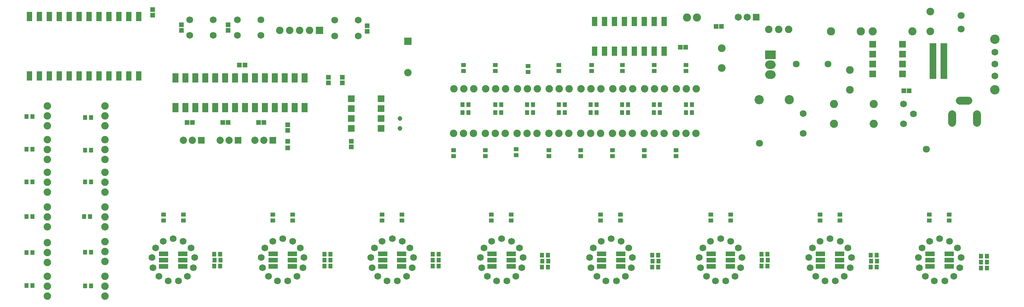
<source format=gts>
G04 ---------------------------- Layer name :TOP SOLDER LAYER*
G04 EasyEDA v5.8.20, Sun, 02 Dec 2018 16:16:23 GMT*
G04 d22fb70d7412471b8286d7b1cf1715de*
G04 Gerber Generator version 0.2*
G04 Scale: 100 percent, Rotated: No, Reflected: No *
G04 Dimensions in millimeters *
G04 leading zeros omitted , absolute positions ,3 integer and 3 decimal *
%FSLAX33Y33*%
%MOMM*%
G90*
G71D02*

%ADD53C,2.003196*%
%ADD54C,2.203196*%
%ADD55R,1.303198X1.203198*%
%ADD56C,1.816100*%
%ADD57R,1.816100X1.816100*%
%ADD58C,2.082800*%
%ADD59R,1.203198X1.303198*%
%ADD60R,1.903197X1.903197*%
%ADD61C,1.903197*%
%ADD62C,1.727200*%
%ADD63C,1.981200*%
%ADD64C,2.403196*%
%ADD65C,1.203198*%
%ADD66R,1.803400X1.803400*%
%ADD67R,1.414780X2.385060*%
%ADD68R,1.803400X2.004060*%
%ADD69R,1.193800X1.295400*%
%ADD70R,1.602740X2.402840*%
%ADD71R,1.117600X1.219200*%
%ADD72R,1.219200X1.117600*%
%ADD73R,2.403196X1.303198*%
%ADD74R,1.727200X1.727200*%
%ADD75C,1.854200*%
%ADD76C,2.108200*%
%ADD77C,2.362200*%
%ADD78R,2.703195X2.203196*%
%ADD79C,1.803197*%

%LPD*%
G54D53*
G01X246381Y51136D02*
G01X246381Y48936D01*
G01X250478Y54582D02*
G01X248278Y54582D01*
G01X252731Y48936D02*
G01X252731Y51136D01*
G54D54*
G01X200147Y61340D02*
G01X199647Y61340D01*
G01X200147Y63880D02*
G01X199647Y63880D01*
G54D55*
G01X86868Y60601D03*
G01X86868Y59202D03*
G01X90427Y60599D03*
G01X90427Y59199D03*
G54D56*
G01X191640Y76074D03*
G01X193926Y76074D03*
G54D57*
G01X196211Y76073D03*
G54D58*
G01X181101Y75945D03*
G01X178561Y75945D03*
G54D59*
G01X187344Y73663D03*
G01X185945Y73663D03*
G54D60*
G01X84583Y72639D03*
G54D61*
G01X82042Y72643D03*
G01X79502Y72643D03*
G01X76962Y72643D03*
G01X74422Y72643D03*
G54D58*
G01X216150Y48678D03*
G01X226310Y48678D03*
G01X226308Y53759D03*
G01X216148Y53759D03*
G54D62*
G01X215141Y19212D03*
G01X217701Y18582D03*
G01X219670Y16832D03*
G01X220602Y14373D03*
G01X220282Y11762D03*
G01X218791Y9593D03*
G01X216462Y8373D03*
G01X213820Y8373D03*
G01X211491Y9593D03*
G01X210000Y11762D03*
G01X209680Y14373D03*
G01X210612Y16832D03*
G01X212581Y18582D03*
G01X187141Y19212D03*
G01X189701Y18582D03*
G01X191670Y16832D03*
G01X192602Y14373D03*
G01X192282Y11762D03*
G01X190791Y9593D03*
G01X188462Y8373D03*
G01X185820Y8373D03*
G01X183491Y9593D03*
G01X182000Y11762D03*
G01X181680Y14373D03*
G01X182612Y16832D03*
G01X184581Y18582D03*
G01X159141Y19212D03*
G01X161701Y18582D03*
G01X163670Y16832D03*
G01X164602Y14373D03*
G01X164282Y11762D03*
G01X162791Y9593D03*
G01X160462Y8373D03*
G01X157820Y8373D03*
G01X155491Y9593D03*
G01X154000Y11762D03*
G01X153680Y14373D03*
G01X154612Y16832D03*
G01X156581Y18582D03*
G01X131141Y19212D03*
G01X133702Y18582D03*
G01X135670Y16832D03*
G01X136602Y14373D03*
G01X136282Y11762D03*
G01X134791Y9593D03*
G01X132462Y8373D03*
G01X129820Y8373D03*
G01X127491Y9593D03*
G01X126000Y11762D03*
G01X125680Y14373D03*
G01X126612Y16832D03*
G01X128581Y18582D03*
G01X75141Y19212D03*
G01X77702Y18582D03*
G01X79670Y16832D03*
G01X80602Y14373D03*
G01X80282Y11762D03*
G01X78791Y9593D03*
G01X76462Y8373D03*
G01X73821Y8373D03*
G01X71491Y9593D03*
G01X70000Y11762D03*
G01X69680Y14373D03*
G01X70613Y16832D03*
G01X72581Y18582D03*
G01X47141Y19212D03*
G01X49702Y18582D03*
G01X51670Y16832D03*
G01X52602Y14373D03*
G01X52282Y11762D03*
G01X50791Y9593D03*
G01X48462Y8373D03*
G01X45821Y8373D03*
G01X43491Y9593D03*
G01X42000Y11762D03*
G01X41680Y14373D03*
G01X42613Y16832D03*
G01X44581Y18582D03*
G01X103141Y19212D03*
G01X105702Y18582D03*
G01X107670Y16832D03*
G01X108602Y14373D03*
G01X108282Y11762D03*
G01X106791Y9593D03*
G01X104462Y8373D03*
G01X101820Y8373D03*
G01X99491Y9593D03*
G01X98000Y11762D03*
G01X97680Y14373D03*
G01X98612Y16832D03*
G01X100581Y18582D03*
G01X243141Y19212D03*
G01X245701Y18582D03*
G01X247670Y16832D03*
G01X248602Y14373D03*
G01X248282Y11762D03*
G01X246791Y9593D03*
G01X244462Y8373D03*
G01X241820Y8373D03*
G01X239491Y9593D03*
G01X238000Y11762D03*
G01X237680Y14373D03*
G01X238612Y16832D03*
G01X240581Y18582D03*
G54D63*
G01X220217Y62483D03*
G01X220217Y57403D03*
G54D62*
G01X233930Y48678D03*
G01X236470Y51218D03*
G01X233930Y53758D03*
G01X257301Y64007D03*
G01X257301Y60959D03*
G01X257301Y67055D03*
G54D64*
G01X257301Y57403D03*
G01X257301Y70357D03*
G54D65*
G01X105153Y50039D03*
G01X105153Y47499D03*
G54D66*
G01X226060Y69086D03*
G01X226060Y66546D03*
G01X226060Y64006D03*
G01X226060Y61466D03*
G01X233680Y61466D03*
G01X233680Y64006D03*
G01X233680Y66546D03*
G01X233680Y69086D03*
G54D67*
G01X38353Y76198D03*
G01X35813Y76198D03*
G01X23113Y76198D03*
G01X20573Y76198D03*
G01X33273Y76198D03*
G01X30733Y76198D03*
G01X25653Y76198D03*
G01X28193Y76198D03*
G01X18033Y76198D03*
G01X15493Y76198D03*
G01X12953Y76198D03*
G01X10413Y76198D03*
G01X10413Y60958D03*
G01X12953Y60958D03*
G01X15493Y60958D03*
G01X18033Y60958D03*
G01X20573Y60958D03*
G01X23113Y60958D03*
G01X25653Y60958D03*
G01X28193Y60958D03*
G01X30733Y60958D03*
G01X33273Y60958D03*
G01X35813Y60958D03*
G01X38353Y60958D03*
G01X172716Y74930D03*
G01X170176Y74930D03*
G01X157476Y74930D03*
G01X154936Y74930D03*
G01X167636Y74930D03*
G01X165096Y74930D03*
G01X160016Y74930D03*
G01X162556Y74930D03*
G01X154936Y67310D03*
G01X157476Y67310D03*
G01X160016Y67310D03*
G01X162556Y67310D03*
G01X165096Y67310D03*
G01X167636Y67310D03*
G01X170176Y67310D03*
G01X172716Y67310D03*
G54D60*
G01X107185Y69852D03*
G54D61*
G01X107185Y61851D03*
G54D68*
G01X244224Y66545D03*
G01X241430Y66545D03*
G01X244224Y68323D03*
G01X241430Y68323D03*
G01X244224Y64767D03*
G01X241430Y64767D03*
G01X244226Y62987D03*
G01X241432Y62987D03*
G01X244224Y61211D03*
G01X241430Y61211D03*
G54D63*
G01X187449Y68073D03*
G01X187449Y62993D03*
G54D59*
G01X178206Y68326D03*
G01X176807Y68326D03*
G54D55*
G01X41906Y76554D03*
G01X41906Y77953D03*
G54D59*
G01X64108Y63754D03*
G01X65508Y63754D03*
G54D66*
G01X100330Y47496D03*
G01X100330Y50036D03*
G01X100330Y52576D03*
G01X100330Y55116D03*
G01X92710Y55116D03*
G01X92710Y52576D03*
G01X92710Y50036D03*
G01X92710Y47496D03*
G54D55*
G01X92704Y42772D03*
G01X92704Y44171D03*
G54D69*
G01X76426Y44248D03*
G01X76426Y42546D03*
G54D55*
G01X76451Y48412D03*
G01X76451Y47012D03*
G54D70*
G01X80773Y60450D03*
G01X78233Y60450D03*
G01X75693Y60450D03*
G01X73153Y60450D03*
G01X70613Y60450D03*
G01X68073Y60450D03*
G01X65533Y60450D03*
G01X62993Y60450D03*
G01X60453Y60450D03*
G01X57913Y60450D03*
G01X55373Y60450D03*
G01X52833Y60450D03*
G01X50293Y60450D03*
G01X47753Y60450D03*
G01X47753Y52830D03*
G01X50293Y52830D03*
G01X52833Y52830D03*
G01X55373Y52830D03*
G01X57913Y52830D03*
G01X60453Y52830D03*
G01X62993Y52830D03*
G01X65533Y52830D03*
G01X68073Y52830D03*
G01X70613Y52830D03*
G01X73153Y52830D03*
G01X75693Y52830D03*
G01X78233Y52830D03*
G01X80773Y52830D03*
G54D71*
G01X179834Y51561D03*
G01X178305Y51561D03*
G01X171630Y51565D03*
G01X170101Y51565D03*
G01X163431Y51565D03*
G01X161902Y51565D03*
G01X155445Y51565D03*
G01X153916Y51565D03*
G01X147317Y51565D03*
G01X145788Y51565D03*
G01X139189Y51565D03*
G01X137660Y51565D03*
G01X131064Y51563D03*
G01X129535Y51563D03*
G01X122682Y51563D03*
G01X121153Y51563D03*
G54D72*
G01X175765Y41913D03*
G01X175765Y40384D03*
G01X167637Y41913D03*
G01X167637Y40384D03*
G01X159509Y41913D03*
G01X159509Y40384D03*
G01X151381Y41913D03*
G01X151381Y40384D03*
G01X143256Y41911D03*
G01X143256Y40382D03*
G01X134874Y42165D03*
G01X134874Y40636D03*
G01X126997Y41913D03*
G01X126997Y40384D03*
G01X118869Y41913D03*
G01X118869Y40384D03*
G01X240541Y23869D03*
G01X240541Y25398D03*
G01X245618Y23872D03*
G01X245618Y25401D03*
G01X212601Y23869D03*
G01X212601Y25398D03*
G01X217678Y23872D03*
G01X217678Y25401D03*
G01X184661Y23869D03*
G01X184661Y25398D03*
G01X189738Y23872D03*
G01X189738Y25401D03*
G01X156467Y23869D03*
G01X156467Y25398D03*
G01X161544Y23872D03*
G01X161544Y25401D03*
G01X128527Y23869D03*
G01X128527Y25398D03*
G01X133604Y23872D03*
G01X133604Y25401D03*
G01X100584Y23872D03*
G01X100584Y25401D03*
G01X105664Y23872D03*
G01X105664Y25401D03*
G01X77724Y23872D03*
G01X77724Y25401D03*
G01X44704Y23872D03*
G01X44704Y25401D03*
G01X49787Y23869D03*
G01X49787Y25398D03*
G01X72644Y23872D03*
G01X72644Y25401D03*
G54D71*
G01X179834Y53593D03*
G01X178305Y53593D03*
G01X171628Y53597D03*
G01X170099Y53597D03*
G01X163429Y53597D03*
G01X161900Y53597D03*
G01X155445Y53597D03*
G01X153916Y53597D03*
G01X147320Y53595D03*
G01X145791Y53595D03*
G01X139189Y53597D03*
G01X137660Y53597D03*
G01X131061Y53597D03*
G01X129532Y53597D03*
G01X122685Y53592D03*
G01X121155Y53592D03*
G01X199205Y13707D03*
G01X197676Y13707D03*
G01X171265Y13455D03*
G01X169736Y13455D03*
G01X59251Y13709D03*
G01X57722Y13709D03*
G01X143073Y13450D03*
G01X141544Y13450D03*
G01X115065Y13714D03*
G01X113535Y13714D03*
G01X87379Y13714D03*
G01X85849Y13714D03*
G01X255273Y13206D03*
G01X253743Y13206D03*
G01X227140Y13455D03*
G01X225610Y13455D03*
G54D73*
G01X217592Y12110D03*
G01X217592Y13709D03*
G01X217592Y15308D03*
G01X212689Y15308D03*
G01X212689Y13709D03*
G01X212689Y12110D03*
G01X245593Y12110D03*
G01X245593Y13709D03*
G01X245593Y15308D03*
G01X240690Y15308D03*
G01X240690Y13709D03*
G01X240690Y12110D03*
G01X189593Y12110D03*
G01X189593Y13709D03*
G01X189593Y15308D03*
G01X184691Y15308D03*
G01X184691Y13709D03*
G01X184691Y12110D03*
G01X105593Y12110D03*
G01X105593Y13709D03*
G01X105593Y15308D03*
G01X100691Y15308D03*
G01X100691Y13709D03*
G01X100691Y12110D03*
G01X161592Y12110D03*
G01X161592Y13709D03*
G01X161592Y15308D03*
G01X156690Y15308D03*
G01X156690Y13709D03*
G01X156690Y12110D03*
G01X133591Y12110D03*
G01X133591Y13709D03*
G01X133591Y15308D03*
G01X128689Y15308D03*
G01X128689Y13709D03*
G01X128689Y12110D03*
G01X77592Y12110D03*
G01X77592Y13709D03*
G01X77592Y15308D03*
G01X72690Y15308D03*
G01X72690Y13709D03*
G01X72690Y12110D03*
G01X49594Y12110D03*
G01X49594Y13709D03*
G01X49594Y15308D03*
G01X44691Y15308D03*
G01X44691Y13709D03*
G01X44691Y12110D03*
G54D71*
G01X255273Y11682D03*
G01X253743Y11682D03*
G01X255273Y14730D03*
G01X253743Y14730D03*
G01X227081Y14982D03*
G01X225552Y14982D03*
G01X227076Y11936D03*
G01X225547Y11936D03*
G01X199141Y12188D03*
G01X197612Y12188D03*
G01X199139Y15238D03*
G01X197609Y15238D03*
G01X171199Y14984D03*
G01X169669Y14984D03*
G01X171199Y11936D03*
G01X169669Y11936D03*
G01X143007Y11934D03*
G01X141478Y11934D03*
G01X143005Y14984D03*
G01X141475Y14984D03*
G01X115065Y15246D03*
G01X113535Y15246D03*
G01X115065Y12198D03*
G01X113535Y12198D03*
G01X87379Y12190D03*
G01X85849Y12190D03*
G01X87379Y15238D03*
G01X85849Y15238D03*
G01X59187Y12188D03*
G01X57658Y12188D03*
G01X59185Y15238D03*
G01X57655Y15238D03*
G54D61*
G01X180807Y46227D03*
G01X178267Y46227D03*
G01X175727Y46227D03*
G01X175802Y57662D03*
G01X178342Y57662D03*
G01X180882Y57662D03*
G01X167674Y57662D03*
G01X170214Y57662D03*
G01X172754Y57662D03*
G01X159546Y57662D03*
G01X162086Y57662D03*
G01X164626Y57662D03*
G01X151418Y57662D03*
G01X153958Y57662D03*
G01X156498Y57662D03*
G01X143290Y57662D03*
G01X145830Y57662D03*
G01X148370Y57662D03*
G01X135163Y57662D03*
G01X137703Y57662D03*
G01X140243Y57662D03*
G01X127037Y57660D03*
G01X129577Y57660D03*
G01X132117Y57660D03*
G01X118909Y57659D03*
G01X121449Y57659D03*
G01X123989Y57659D03*
G01X172677Y46229D03*
G01X170137Y46229D03*
G01X167597Y46229D03*
G01X164549Y46229D03*
G01X162009Y46229D03*
G01X159469Y46229D03*
G01X156421Y46229D03*
G01X153881Y46229D03*
G01X151341Y46229D03*
G01X148293Y46229D03*
G01X145753Y46229D03*
G01X143213Y46229D03*
G01X140165Y46229D03*
G01X137625Y46229D03*
G01X135085Y46229D03*
G01X132039Y46227D03*
G01X129499Y46227D03*
G01X126959Y46227D03*
G01X123914Y46225D03*
G01X121374Y46225D03*
G01X118834Y46225D03*
G01X14986Y53299D03*
G01X14986Y50759D03*
G01X14986Y48219D03*
G01X14983Y44665D03*
G01X14983Y42125D03*
G01X14983Y39585D03*
G01X29715Y53301D03*
G01X29715Y50761D03*
G01X29715Y48221D03*
G01X29713Y44666D03*
G01X29713Y42126D03*
G01X29713Y39586D03*
G01X14986Y36281D03*
G01X14986Y33741D03*
G01X14986Y31201D03*
G01X14986Y27391D03*
G01X14986Y24851D03*
G01X14986Y22311D03*
G01X29715Y18503D03*
G01X29715Y15963D03*
G01X29715Y13423D03*
G01X14983Y18249D03*
G01X14983Y15709D03*
G01X14983Y13169D03*
G01X29715Y9613D03*
G01X29715Y7073D03*
G01X29715Y4533D03*
G01X14983Y9613D03*
G01X14983Y7073D03*
G01X14983Y4533D03*
G01X29715Y27393D03*
G01X29715Y24853D03*
G01X29715Y22313D03*
G01X29718Y36281D03*
G01X29718Y33741D03*
G01X29718Y31201D03*
G54D74*
G01X63757Y44446D03*
G54D75*
G01X61469Y44448D03*
G01X59183Y44448D03*
G54D74*
G01X54359Y44446D03*
G54D75*
G01X52071Y44448D03*
G01X49785Y44448D03*
G54D74*
G01X72647Y44446D03*
G54D75*
G01X70359Y44448D03*
G01X68073Y44448D03*
G54D76*
G01X223009Y72391D03*
G01X215389Y72391D03*
G54D77*
G01X204721Y54865D03*
G01X196974Y54865D03*
G54D61*
G01X199427Y72899D03*
G01X201967Y72899D03*
G01X204507Y72899D03*
G54D78*
G01X199898Y66419D03*
G54D62*
G01X208279Y51307D03*
G01X208279Y46227D03*
G54D79*
G01X248663Y76455D03*
G01X248663Y72955D03*
G54D63*
G01X240789Y72391D03*
G01X240789Y77471D03*
G54D72*
G01X178303Y63760D03*
G01X178303Y62231D03*
G01X170175Y63760D03*
G01X170175Y62231D03*
G01X162047Y63760D03*
G01X162047Y62231D03*
G01X154173Y63760D03*
G01X154173Y62231D03*
G01X145796Y63755D03*
G01X145796Y62226D03*
G01X137917Y63506D03*
G01X137917Y61977D03*
G01X129537Y63757D03*
G01X129537Y62228D03*
G01X121412Y63755D03*
G01X121412Y62226D03*
G54D71*
G01X9649Y50542D03*
G01X11179Y50542D03*
G01X24635Y50288D03*
G01X26165Y50288D03*
G01X9647Y42165D03*
G01X11176Y42165D03*
G01X24633Y41911D03*
G01X26162Y41911D03*
G01X9647Y33783D03*
G01X11176Y33783D03*
G01X9647Y24893D03*
G01X11176Y24893D03*
G01X24635Y15749D03*
G01X26165Y15749D03*
G01X9649Y15645D03*
G01X11179Y15645D03*
G01X24635Y7161D03*
G01X26165Y7161D03*
G01X9649Y7209D03*
G01X11179Y7209D03*
G01X24381Y24890D03*
G01X25911Y24890D03*
G01X24635Y33780D03*
G01X26165Y33780D03*
G54D59*
G01X59794Y49014D03*
G01X61195Y49014D03*
G01X68938Y49014D03*
G01X70339Y49014D03*
G01X50650Y49014D03*
G01X52051Y49014D03*
G01X235356Y57147D03*
G01X233957Y57147D03*
G54D62*
G01X214629Y64007D03*
G01X206501Y64007D03*
G54D58*
G01X226059Y72389D03*
G01X236219Y72389D03*
G54D55*
G01X96777Y73812D03*
G01X96777Y72412D03*
G54D62*
G01X88488Y71246D03*
G01X94487Y71246D03*
G01X88488Y75247D03*
G01X94487Y75247D03*
G54D55*
G01X49276Y74066D03*
G01X49276Y72666D03*
G54D62*
G01X51407Y71396D03*
G01X57407Y71396D03*
G01X51407Y75397D03*
G01X57407Y75397D03*
G54D55*
G01X61214Y74066D03*
G01X61214Y72666D03*
G54D62*
G01X63597Y71398D03*
G01X69597Y71398D03*
G01X63597Y75398D03*
G01X69597Y75398D03*
G54D79*
G01X239775Y42163D03*
G01X197103Y43687D03*
M00*
M02*

</source>
